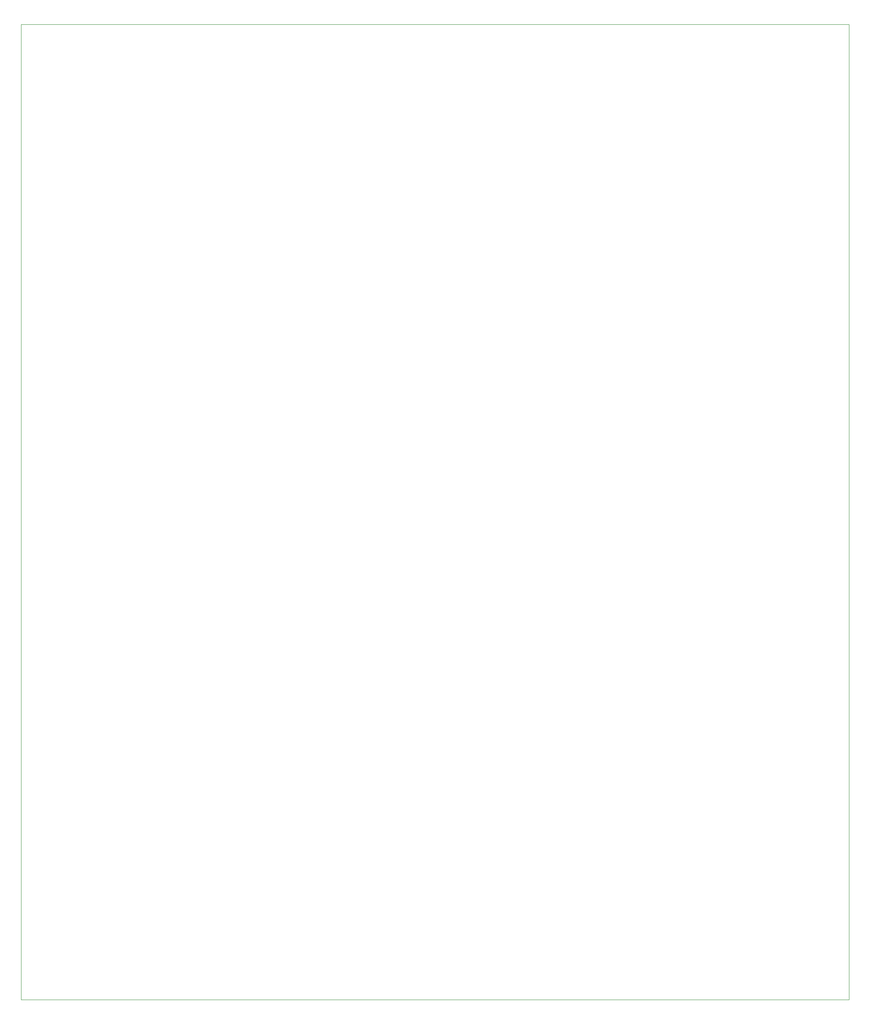
<source format=gbr>
G04 #@! TF.GenerationSoftware,KiCad,Pcbnew,(5.1.2)-2*
G04 #@! TF.CreationDate,2019-10-25T23:49:29+03:00*
G04 #@! TF.ProjectId,JLH,4a4c482e-6b69-4636-9164-5f7063625858,rev?*
G04 #@! TF.SameCoordinates,Original*
G04 #@! TF.FileFunction,Profile,NP*
%FSLAX46Y46*%
G04 Gerber Fmt 4.6, Leading zero omitted, Abs format (unit mm)*
G04 Created by KiCad (PCBNEW (5.1.2)-2) date 2019-10-25 23:49:29*
%MOMM*%
%LPD*%
G04 APERTURE LIST*
%ADD10C,0.050000*%
G04 APERTURE END LIST*
D10*
X20000000Y-226000000D02*
X20000000Y-26000000D01*
X190000000Y-226000000D02*
X20000000Y-226000000D01*
X190000000Y-26000000D02*
X190000000Y-226000000D01*
X190000000Y-26000000D02*
X20000000Y-26000000D01*
M02*

</source>
